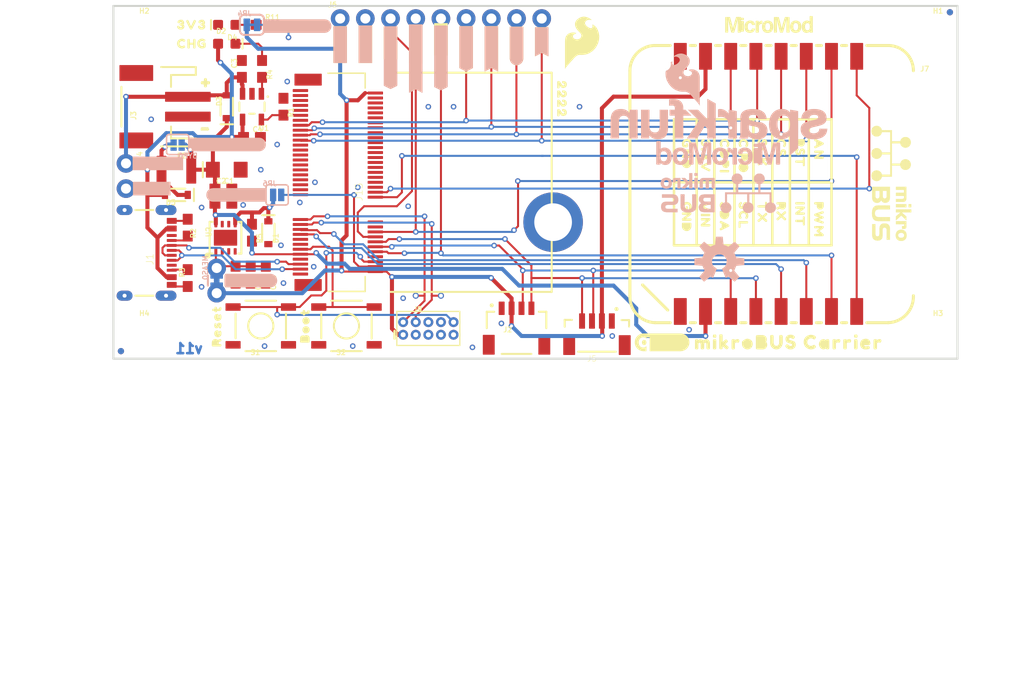
<source format=kicad_pcb>
(kicad_pcb (version 20211014) (generator pcbnew)
  (layers (0 "F.Cu" signal) (31 "B.Cu" signal) (34 "B.Paste" user) (35 "F.Paste" user) (36 "B.SilkS" user "B.Silkscreen") (37 "F.SilkS" user "F.Silkscreen") (38 "B.Mask" user) (39 "F.Mask" user) (44 "Edge.Cuts" user))
  (net 0 "")
  (net 1 "GND")
  (net 2 "3.3V")
  (net 3 "USB_D-")
  (net 4 "USB_D+")
  (net 5 "N$10")
  (net 6 "N$11")
  (net 7 "V_USB")
  (net 8 "~{RESET}")
  (net 9 "~{BOOT}")
  (net 10 "N$4")
  (net 11 "N$6")
  (net 12 "VIN")
  (net 13 "N$1")
  (net 14 "3.3V_EN")
  (net 15 "VREG_EN")
  (net 16 "N$2")
  (net 17 "V_BATT")
  (net 18 "SDA")
  (net 19 "SCL")
  (net 20 "N$3")
  (net 21 "N$8")
  (net 22 "I2C_~{INT}")
  (net 23 "SPI_SCK")
  (net 24 "SPI_~{CS}")
  (net 25 "SPI_COPI")
  (net 26 "SPI_CIPO")
  (net 27 "V_USB_2")
  (net 28 "MIK_RST")
  (net 29 "AN")
  (net 30 "PWM")
  (net 31 "MIK_INT")
  (net 32 "RX")
  (net 33 "TX")
  (net 34 "SWDIO")
  (net 35 "SWDCK")
  (footprint "boardEagle:0603" (layer "F.Cu") (at 121.1961 89.1286)
    (fp_text reference "R11")
    (fp_text value "1k")
  )
  (footprint "boardEagle:EIA3216" (layer "F.Cu") (at 117.3861 103.7336 180)
    (fp_text reference "C2")
    (fp_text value "10uF")
  )
  (footprint "boardEagle:STAND-OFF" (layer "F.Cu") (at 188.5061 89.7636)
    (fp_text reference "H1")
    (fp_text value "STAND-OFF")
  )
  (footprint "boardEagle:INT0" (layer "F.Cu") (at 175.1711 106.2736 -90)
    (fp_text reference "U$50" hide)
    (fp_text value "" hide)
  )
  (footprint "boardEagle:0603" (layer "F.Cu") (at 113.4491 114.6556 90)
    (fp_text reference "R3")
    (fp_text value "5.1k")
  )
  (footprint "boardEagle:RST0" (layer "F.Cu") (at 175.1711 99.9236 -90)
    (fp_text reference "U$40" hide)
    (fp_text value "" hide)
  )
  (footprint "boardEagle:USB-C-16P-2LAYER-PADS" (layer "F.Cu") (at 112.1791 112.1156 -90)
    (fp_text reference "J1")
    (fp_text value "" hide)
  )
  (footprint "boardEagle:MICROMOD_LOGO_.35" (layer "F.Cu") (at 171.9961 89.1286)
    (fp_text reference "U$2" hide)
    (fp_text value "" hide)
  )
  (footprint "boardEagle:#GND#0" (layer "F.Cu") (at 131.3561 93.3196 90)
    (fp_text reference "U$8" hide)
    (fp_text value "" hide)
  )
  (footprint "boardEagle:STAND-OFF" (layer "F.Cu") (at 188.5061 120.2436)
    (fp_text reference "H3")
    (fp_text value "STAND-OFF")
  )
  (footprint "boardEagle:RESET0" (layer "F.Cu") (at 116.3701 122.2756 90)
    (fp_text reference "U$30" hide)
    (fp_text value "" hide)
  )
  (footprint "boardEagle:JST04_1MM_VERT" (layer "F.Cu") (at 154.7241 118.2116 180)
    (fp_text reference "J5")
    (fp_text value "Vertical Qwiic Connector")
  )
  (footprint "boardEagle:M.2-CONNECTOR-E" (layer "F.Cu") (at 130.0861 105.0036 -90)
    (fp_text reference "J15")
    (fp_text value "MICROMOD-2222-C")
  )
  (footprint "boardEagle:COPI0" (layer "F.Cu") (at 167.5511 99.9236 -90)
    (fp_text reference "U$45" hide)
    (fp_text value "" hide)
  )
  (footprint "boardEagle:STAND-OFF" (layer "F.Cu") (at 108.4961 89.7636)
    (fp_text reference "H2")
    (fp_text value "STAND-OFF")
  )
  (footprint "boardEagle:##INT##0" (layer "F.Cu") (at 133.8961 92.9386 90)
    (fp_text reference "U$15" hide)
    (fp_text value "" hide)
  )
  (footprint "boardEagle:SCK0" (layer "F.Cu") (at 171.3611 99.9236 -90)
    (fp_text reference "U$42" hide)
    (fp_text value "" hide)
  )
  (footprint "boardEagle:#RST#0" (layer "F.Cu") (at 136.4361 93.0656 90)
    (fp_text reference "U$17" hide)
    (fp_text value "" hide)
  )
  (footprint "boardEagle:0603" (layer "F.Cu") (at 117.0441 105.6386)
    (fp_text reference "C1")
    (fp_text value "0.1uF")
  )
  (footprint "boardEagle:0603" (layer "F.Cu") (at 119.9261 100.4316)
    (fp_text reference "C4")
    (fp_text value "4.7uF")
  )
  (footprint "boardEagle:0603" (layer "F.Cu") (at 123.1011 97.3836 -90)
    (fp_text reference "R1")
    (fp_text value "2.2k")
  )
  (footprint "boardEagle:0603" (layer "F.Cu") (at 117.0441 107.1626)
    (fp_text reference "C13")
    (fp_text value "0.22uF")
  )
  (footprint "boardEagle:1X02_NO_SILK" (layer "F.Cu") (at 107.2261 103.0986 -90)
    (fp_text reference "J4")
    (fp_text value "")
  )
  (footprint "boardEagle:LED-0603" (layer "F.Cu") (at 117.3861 89.1286 180)
    (fp_text reference "D2")
    (fp_text value "RED")
  )
  (footprint "boardEagle:SFE_LOGO_FLAME_.2" (layer "F.Cu") (at 153.2001 90.9066)
    (fp_text reference "U$44" hide)
    (fp_text value "" hide)
  )
  (footprint "boardEagle:SOT23-5" (layer "F.Cu") (at 119.9261 97.3836 180)
    (fp_text reference "U1")
    (fp_text value "MCP73831")
  )
  (footprint "boardEagle:0603" (layer "F.Cu") (at 113.4491 109.5756 -90)
    (fp_text reference "R2")
    (fp_text value "5.1k")
  )
  (footprint "boardEagle:SDA0" (layer "F.Cu") (at 167.5511 106.2736 -90)
    (fp_text reference "U$54" hide)
    (fp_text value "" hide)
  )
  (footprint "boardEagle:RX0" (layer "F.Cu") (at 173.2661 106.2736 -90)
    (fp_text reference "U$51" hide)
    (fp_text value "" hide)
  )
  (footprint "boardEagle:SCL0" (layer "F.Cu") (at 169.4561 106.2736 -90)
    (fp_text reference "U$53" hide)
    (fp_text value "" hide)
  )
  (footprint "boardEagle:#0" (layer "F.Cu") (at 113.3221 99.2886)
    (fp_text reference "U$37" hide)
    (fp_text value "" hide)
  )
  (footprint "boardEagle:#3V3#0" (layer "F.Cu") (at 128.8161 93.3196 90)
    (fp_text reference "U$10" hide)
    (fp_text value "" hide)
  )
  (footprint "boardEagle:SOD-323" (layer "F.Cu") (at 121.5771 110.0836 -90)
    (fp_text reference "D1")
    (fp_text value "3.3V")
  )
  (footprint "boardEagle:AN0" (layer "F.Cu") (at 177.0761 99.9236 -90)
    (fp_text reference "U$35" hide)
    (fp_text value "" hide)
  )
  (footprint "boardEagle:GND0" (layer "F.Cu") (at 163.7411 99.9236 -90)
    (fp_text reference "U$47" hide)
    (fp_text value "" hide)
  )
  (footprint "boardEagle:0603" (layer "F.Cu") (at 118.2751 114.3136 -90)
    (fp_text reference "C9")
    (fp_text value "10uF")
  )
  (footprint "boardEagle:UDFN-8" (layer "F.Cu") (at 117.2591 110.5916)
    (fp_text reference "U2")
    (fp_text value "AP7361C-33FGEUDFN-8")
  )
  (footprint "boardEagle:#CIPO#0" (layer "F.Cu") (at 141.5161 93.8276 90)
    (fp_text reference "U$22" hide)
    (fp_text value "" hide)
  )
  (footprint "boardEagle:1X09_NO_SILK" (layer "F.Cu") (at 128.8161 88.4936)
    (fp_text reference "J6")
    (fp_text value "")
  )
  (footprint "boardEagle:MIKROBUS_CARRIER0" (layer "F.Cu") (at 163.4871 121.1326)
    (fp_text reference "U$5" hide)
    (fp_text value "" hide)
  )
  (footprint "boardEagle:TP_15TH" (layer "F.Cu") (at 136.4361 116.4336)
    (fp_text reference "SWDIO0" hide)
    (fp_text value "TEST-POINTTP_15TH_THRU" hide)
  )
  (footprint "boardEagle:TX0" (layer "F.Cu") (at 171.3611 106.2736 -90)
    (fp_text reference "U$52" hide)
    (fp_text value "" hide)
  )
  (footprint "boardEagle:2X5-PTH-1.27MM" (layer "F.Cu") (at 137.7061 119.7356)
    (fp_text reference "J9")
    (fp_text value "CORTEX_JTAG_DEBUG_MINIMUM_PTH")
  )
  (footprint "boardEagle:GND0" (layer "F.Cu") (at 163.7411 106.2736 -90)
    (fp_text reference "U$48" hide)
    (fp_text value "" hide)
  )
  (footprint "boardEagle:0603" (layer "F.Cu") (at 118.9101 93.5736 90)
    (fp_text reference "C3")
    (fp_text value "4.7uF")
  )
  (footprint "boardEagle:0603" (layer "F.Cu") (at 119.7991 114.3136 -90)
    (fp_text reference "C10")
    (fp_text value "1.0uF")
  )
  (footprint "boardEagle:0603" (layer "F.Cu") (at 121.3231 114.3136 -90)
    (fp_text reference "C11")
    (fp_text value "0.22uF")
  )
  (footprint "boardEagle:22220" (layer "F.Cu") (at 151.1681 94.0816 -90)
    (fp_text reference "U$34" hide)
    (fp_text value "" hide)
  )
  (footprint "boardEagle:VIN0" (layer "F.Cu") (at 165.6461 106.2736 -90)
    (fp_text reference "U$55" hide)
    (fp_text value "" hide)
  )
  (footprint "boardEagle:1210" (layer "F.Cu") (at 112.3061 103.7336)
    (fp_text reference "F2")
    (fp_text value "6V/2A")
  )
  (footprint "boardEagle:##CS##0" (layer "F.Cu") (at 149.1361 92.3036 90)
    (fp_text reference "U$28" hide)
    (fp_text value "" hide)
  )
  (footprint "boardEagle:3V30" (layer "F.Cu") (at 111.6711 89.1286)
    (fp_text reference "U$3" hide)
    (fp_text value "" hide)
  )
  (footprint "boardEagle:JST04_1MM_RA" (layer "F.Cu") (at 146.5961 117.7036)
    (fp_text reference "J2")
    (fp_text value "QWIIC_RIGHT_ANGLE")
  )
  (footprint "boardEagle:BOOT0" (layer "F.Cu") (at 125.2601 121.8946 90)
    (fp_text reference "U$31" hide)
    (fp_text value "" hide)
  )
  (footprint "boardEagle:#COPI#0" (layer "F.Cu") (at 144.0561 93.8276 90)
    (fp_text reference "U$24" hide)
    (fp_text value "" hide)
  )
  (footprint "boardEagle:#SCK#0" (layer "F.Cu") (at 146.5961 93.1926 90)
    (fp_text reference "U$26" hide)
    (fp_text value "" hide)
  )
  (footprint "boardEagle:CHG0" (layer "F.Cu") (at 111.6711 91.0336)
    (fp_text reference "U$4" hide)
    (fp_text value "" hide)
  )
  (footprint "boardEagle:TACTILE_SWITCH_SMD_5.2MM" (layer "F.Cu") (at 129.4511 119.4816 180)
    (fp_text reference "S2")
    (fp_text value "BOOT")
  )
  (footprint "boardEagle:#INT#0" (layer "F.Cu") (at 138.9761 92.5576 90)
    (fp_text reference "U$6" hide)
    (fp_text value "" hide)
  )
  (footprint "boardEagle:0603" (layer "F.Cu") (at 120.9421 93.5736 -90)
    (fp_text reference "R4")
    (fp_text value "1k")
  )
  (footprint "boardEagle:STAND-OFF" (layer "F.Cu") (at 108.4961 120.2436)
    (fp_text reference "H4")
    (fp_text value "STAND-OFF")
  )
  (footprint "boardEagle:SOD-323" (layer "F.Cu") (at 117.3861 97.3836 90)
    (fp_text reference "D3")
    (fp_text value "3A/10V/280mV")
  )
  (footprint "boardEagle:PWM0" (layer "F.Cu") (at 177.0761 106.2736 -90)
    (fp_text reference "U$49" hide)
    (fp_text value "" hide)
  )
  (footprint "boardEagle:TACTILE_SWITCH_SMD_5.2MM" (layer "F.Cu") (at 120.8151 119.4816 180)
    (fp_text reference "S1")
    (fp_text value "Reset")
  )
  (footprint "boardEagle:LED-0603" (layer "F.Cu") (at 117.3861 91.0336)
    (fp_text reference "D4")
    (fp_text value "Yellow")
  )
  (footprint "boardEagle:#0" (layer "F.Cu") (at 113.7031 94.9706)
    (fp_text reference "U$32" hide)
    (fp_text value "" hide)
  )
  (footprint "boardEagle:FIDUCIAL-MICRO" (layer "F.Cu") (at 106.7181 122.0216)
    (fp_text reference "FD1" hide)
    (fp_text value "FIDUCIALUFIDUCIAL" hide)
  )
  (footprint "boardEagle:CREATIVE_COMMONS" (layer "F.Cu") (at 114.8461 155.8036)
    (fp_text reference "FRAME1" hide)
    (fp_text value "FRAME-LEDGER" hide)
  )
  (footprint "boardEagle:3#3V0" (layer "F.Cu") (at 165.6461 99.9236 -90)
    (fp_text reference "U$46" hide)
    (fp_text value "" hide)
  )
  (footprint "boardEagle:STAND-OFF-REFLOW-M2.5" (layer "F.Cu") (at 150.2831 109.0236)
    (fp_text reference "H5" hide)
    (fp_text value "STAND-OFF-REFLOW-M2.5_2.5MM_TALL" hide)
  )
  (footprint "boardEagle:QWIIC_5.5MM" (layer "F.Cu") (at 161.2646 121.1326)
    (fp_text reference "LOGO2" hide)
    (fp_text value "QWIIC_LOGO_CONNECTOR" hide)
  )
  (footprint "boardEagle:SOD-323" (layer "F.Cu") (at 112.3061 106.2736 180)
    (fp_text reference "D5")
    (fp_text value "3A/10V/280mV")
  )
  (footprint "boardEagle:#0" (layer "F.Cu") (at 107.4801 103.0986)
    (fp_text reference "U$11" hide)
    (fp_text value "" hide)
  )
  (footprint "boardEagle:JST-2-SMD" (layer "F.Cu") (at 109.7661 97.3836 90)
    (fp_text reference "J3")
    (fp_text value "")
  )
  (footprint "boardEagle:FIDUCIAL-MICRO" (layer "F.Cu") (at 190.2841 87.8586)
    (fp_text reference "FD2" hide)
    (fp_text value "FIDUCIALUFIDUCIAL" hide)
  )
  (footprint "boardEagle:CIPO0" (layer "F.Cu") (at 169.4561 99.9236 -90)
    (fp_text reference "U$43" hide)
    (fp_text value "" hide)
  )
  (footprint "boardEagle:CS0" (layer "F.Cu") (at 173.2661 99.9236 -90)
    (fp_text reference "U$41" hide)
    (fp_text value "" hide)
  )
  (footprint "boardEagle:#0" (layer "F.Cu") (at 107.0991 105.3846)
    (fp_text reference "U$36" hide)
    (fp_text value "" hide)
  )
  (footprint "boardEagle:TP_15TH" (layer "F.Cu") (at 138.9761 116.4336)
    (fp_text reference "SWDCK0" hide)
    (fp_text value "TEST-POINTTP_15TH_THRU" hide)
  )
  (footprint "boardEagle:MIKROBUS_SMD_BLACK" (layer "F.Cu") (at 171.9961 105.0036 -90)
    (fp_text reference "J7")
    (fp_text value "MIKROBUS_SMD_BLACK1")
  )
  (footprint "boardEagle:0603" (layer "F.Cu") (at 119.9261 110.0836 -90)
    (fp_text reference "R5")
    (fp_text value "100k")
  )
  (footprint "boardEagle:#FUSEBYP#0" (layer "B.Cu") (at 121.3231 101.1936 180)
    (fp_text reference "U$38" hide)
    (fp_text value "" hide)
  )
  (footprint "boardEagle:#GND#0" (layer "B.Cu") (at 112.0521 105.6386 180)
    (fp_text reference "U$33" hide)
    (fp_text value "" hide)
  )
  (footprint "boardEagle:#3V3EN#0" (layer "B.Cu") (at 121.7041 106.2736 180)
    (fp_text reference "U$39" hide)
    (fp_text value "" hide)
  )
  (footprint "boardEagle:#SCK#0" (layer "B.Cu") (at 146.5961 93.1926 90)
    (fp_text reference "U$27" hide)
    (fp_text value "" hide)
  )
  (footprint "boardEagle:#3V3#0" (layer "B.Cu") (at 128.8161 93.3196 90)
    (fp_text reference "U$13" hide)
    (fp_text value "" hide)
  )
  (footprint "boardEagle:#MEAS#0" (layer "B.Cu") (at 122.4661 114.9096 180)
    (fp_text reference "U$9" hide)
    (fp_text value "" hide)
  )
  (footprint "boardEagle:#MIK_INT#0" (layer "B.Cu") (at 138.9761 95.7326 90)
    (fp_text reference "U$16" hide)
    (fp_text value "" hide)
  )
  (footprint "boardEagle:#COPI#0" (layer "B.Cu") (at 144.0561 93.8276 90)
    (fp_text reference "U$25" hide)
    (fp_text value "" hide)
  )
  (footprint "boardEagle:##CS##0" (layer "B.Cu") (at 149.1361 92.3036 90)
    (fp_text reference "U$29" hide)
    (fp_text value "" hide)
  )
  (footprint "boardEagle:#I2C_#INT##0" (layer "B.Cu") (at 133.8961 95.6056 90)
    (fp_text reference "U$20" hide)
    (fp_text value "" hide)
  )
  (footprint "boardEagle:#3V3LED#0" (layer "B.Cu") (at 127.9271 89.2556 180)
    (fp_text reference "U$1" hide)
    (fp_text value "" hide)
  )
  (footprint "boardEagle:#VBAT#0" (layer "B.Cu") (at 113.3221 103.0986 180)
    (fp_text reference "U$12" hide)
    (fp_text value "" hide)
  )
  (footprint "boardEagle:SMT-JUMPER_2_NC_TRACE_SILK" (layer "B.Cu") (at 119.9261 89.1286 180)
    (fp_text reference "JP4")
    (fp_text value "3V3 LED")
  )
  (footprint "boardEagle:SFE_LOGO_NAME_FLAME_.2" (layer "B.Cu") (at 166.9161 99.4156 180)
    (fp_text reference "LOGO1" hide)
    (fp_text value "SFE_LOGO_NAME_FLAME.2_INCH" hide)
  )
  (footprint "boardEagle:OSHW-LOGO-M" (layer "B.Cu") (at 167.0431 113.0046 180)
    (fp_text reference "LOGO3" hide)
    (fp_text value "OSHW-LOGOM" hide)
  )
  (footprint "boardEagle:SMT-JUMPER_2_NO_SILK" (layer "B.Cu") (at 112.4331 101.1936)
    (fp_text reference "BYP0")
    (fp_text value "JUMPER-SMT_2_NO_SILK")
  )
  (footprint "boardEagle:MICROMOD_LOGO_.5" (layer "B.Cu") (at 166.9161 102.0826 180)
    (fp_text reference "U$68" hide)
    (fp_text value "" hide)
  )
  (footprint "boardEagle:#MIK_RST#0" (layer "B.Cu") (at 136.4361 95.9866 90)
    (fp_text reference "U$19" hide)
    (fp_text value "" hide)
  )
  (footprint "boardEagle:#CIPO#0" (layer "B.Cu") (at 141.5161 93.8276 90)
    (fp_text reference "U$23" hide)
    (fp_text value "" hide)
  )
  (footprint "boardEagle:SMT-JUMPER_2_NO_SILK" (layer "B.Cu") (at 122.4661 106.2736 180)
    (fp_text reference "JP6")
    (fp_text value "VE")
  )
  (footprint "boardEagle:#GND#0" (layer "B.Cu") (at 131.3561 93.3196 90)
    (fp_text reference "U$14" hide)
    (fp_text value "" hide)
  )
  (footprint "boardEagle:FIDUCIAL-MICRO" (layer "B.Cu") (at 190.2841 87.8586 180)
    (fp_text reference "FD4" hide)
    (fp_text value "FIDUCIALUFIDUCIAL" hide)
  )
  (footprint "boardEagle:COMBO-JUMPER_2_NC_TRACE" (layer "B.Cu") (at 116.3701 114.9096 -90)
    (fp_text reference "MEAS0")
    (fp_text value "JUMPER-COMBO_2_NC_TRACE")
  )
  (footprint "boardEagle:MIKROBUS_LOGO" (layer "B.Cu") (at 167.0431 105.7656 180)
    (fp_text reference "U$7" hide)
    (fp_text value "MIKROBUS_LOGO" hide)
  )
  (footprint "boardEagle:FIDUCIAL-MICRO" (layer "B.Cu") (at 106.7181 122.0216 180)
    (fp_text reference "FD3" hide)
    (fp_text value "FIDUCIALUFIDUCIAL" hide)
  )
  (gr_line (start 170.4721 111.3536) (end 170.4721 98.6536) (layer "F.SilkS") (width 0.254))
  (gr_line (start 162.4711 105.0036) (end 162.4711 98.6536) (layer "F.SilkS") (width 0.254))
  (gr_line (start 172.3771 98.6536) (end 172.3771 111.3536) (layer "F.SilkS") (width 0.254))
  (gr_line (start 170.4721 111.3536) (end 168.5671 111.3536) (layer "F.SilkS") (width 0.254))
  (gr_line (start 162.4711 98.6536) (end 164.7571 98.6536) (layer "F.SilkS") (width 0.254))
  (gr_line (start 174.1551 98.7806) (end 174.1551 111.3536) (layer "F.SilkS") (width 0.254))
  (gr_line (start 170.4721 98.6536) (end 172.3771 98.6536) (layer "F.SilkS") (width 0.254))
  (gr_line (start 164.7571 98.6536) (end 168.5671 98.6536) (layer "F.SilkS") (width 0.254))
  (gr_line (start 168.5671 111.3536) (end 166.5351 111.3536) (layer "F.SilkS") (width 0.254))
  (gr_line (start 178.3461 98.6536) (end 178.3461 105.0036) (layer "F.SilkS") (width 0.254))
  (gr_line (start 176.0601 111.3536) (end 174.1551 111.3536) (layer "F.SilkS") (width 0.254))
  (gr_line (start 166.5351 111.3536) (end 164.7571 111.3536) (layer "F.SilkS") (width 0.254))
  (gr_line (start 178.3461 105.0036) (end 178.3461 111.3536) (layer "F.SilkS") (width 0.254))
  (gr_line (start 166.5351 111.3536) (end 166.5351 98.7806) (layer "F.SilkS") (width 0.254))
  (gr_line (start 168.5671 98.6536) (end 170.4721 98.6536) (layer "F.SilkS") (width 0.254))
  (gr_line (start 176.0601 98.6536) (end 176.0601 111.3536) (layer "F.SilkS") (width 0.254))
  (gr_line (start 133.8961 93.9546) (end 150.1411 93.9546) (layer "F.SilkS") (width 0.2032))
  (gr_line (start 162.4711 111.3536) (end 162.4711 105.0036) (layer "F.SilkS") (width 0.254))
  (gr_line (start 164.7571 111.3536) (end 162.4711 111.3536) (layer "F.SilkS") (width 0.254))
  (gr_line (start 172.3771 98.6536) (end 176.0601 98.6536) (layer "F.SilkS") (width 0.254))
  (gr_line (start 150.1411 116.0526) (end 133.8961 116.0526) (layer "F.SilkS") (width 0.2032))
  (gr_line (start 178.3461 111.3536) (end 176.0601 111.3536) (layer "F.SilkS") (width 0.254))
  (gr_line (start 150.1411 93.9546) (end 150.1411 116.0526) (layer "F.SilkS") (width 0.2032))
  (gr_line (start 162.4711 105.0036) (end 178.3461 105.0036) (layer "F.SilkS") (width 0.254))
  (gr_line (start 176.0601 98.6536) (end 178.3461 98.6536) (layer "F.SilkS") (width 0.254))
  (gr_line (start 172.3771 111.3536) (end 170.4721 111.3536) (layer "F.SilkS") (width 0.254))
  (gr_line (start 174.1551 111.3536) (end 172.3771 111.3536) (layer "F.SilkS") (width 0.254))
  (gr_line (start 168.5671 98.6536) (end 168.5671 111.3536) (layer "F.SilkS") (width 0.254))
  (gr_line (start 164.7571 98.6536) (end 164.7571 111.3536) (layer "F.SilkS") (width 0.254))
  (gr_line (start 191.0461 87.2236) (end 191.0461 122.7836) (layer "Edge.Cuts") (width 0.2032))
  (gr_line (start 105.9561 87.2236) (end 191.0461 87.2236) (layer "Edge.Cuts") (width 0.2032))
  (gr_line (start 191.0461 122.7836) (end 105.9561 122.7836) (layer "Edge.Cuts") (width 0.2032))
  (gr_line (start 105.9561 122.7836) (end 105.9561 87.2236) (layer "Edge.Cuts") (width 0.2032))
  (gr_text "v11" (at 113.5761 121.7676) (layer "B.Cu") (effects (font (size 1.016 1.016) (thickness 0.254)) (justify mirror)))
  (segment (start 119.7991 115.1636) (end 118.2751 115.1636) (width 0.2032) (layer "F.Cu") (net 1))
  (segment (start 113.2841 108.8906) (end 113.4491 108.7256) (width 0.2032) (layer "F.Cu") (net 1))
  (segment (start 111.8391 108.8906) (end 113.2841 108.8906) (width 0.2032) (layer "F.Cu") (net 1))
  (segment (start 121.3231 115.1636) (end 119.7991 115.1636) (width 0.2032) (layer "F.Cu") (net 1))
  (segment (start 112.0041 115.5056) (end 113.4491 115.5056) (width 0.2032) (layer "F.Cu") (net 1))
  (segment (start 111.8391 115.3406) (end 112.0041 115.5056) (width 0.2032) (layer "F.Cu") (net 1))
  (via (at 130.5941 105.5116) (size 0.5588) (drill 0.3048) (layers "F.Cu" "B.Cu") (net 1))
  (via (at 120.8151 103.7336) (size 0.5588) (drill 0.3048) (layers "F.Cu" "B.Cu") (net 1))
  (via (at 114.8461 107.5436) (size 0.5588) (drill 0.3048) (layers "F.Cu" "B.Cu") (net 1))
  (via (at 119.0371 107.2896) (size 0.5588) (drill 0.3048) (layers "F.Cu" "B.Cu") (net 1))
  (via (at 140.2461 97.3836) (size 0.5588) (drill 0.3048) (layers "F.Cu" "B.Cu") (net 1))
  (via (at 145.0721 119.2276) (size 0.5588) (drill 0.3048) (layers "F.Cu" "B.Cu") (net 1))
  (via (at 124.7521 107.0356) (size 0.5588) (drill 0.3048) (layers "F.Cu" "B.Cu") (net 1))
  (via (at 130.0861 121.5136) (size 0.5588) (drill 0.3048) (layers "F.Cu" "B.Cu") (net 1))
  (via (at 126.1491 113.5126) (size 0.5588) (drill 0.3048) (layers "F.Cu" "B.Cu") (net 1))
  (via (at 135.6741 107.4166) (size 0.5588) (drill 0.3048) (layers "F.Cu" "B.Cu") (net 1))
  (via (at 122.4661 101.1936) (size 0.5588) (drill 0.3048) (layers "F.Cu" "B.Cu") (net 1))
  (via (at 152.9461 97.3836) (size 0.5588) (drill 0.3048) (layers "F.Cu" "B.Cu") (net 1))
  (via (at 123.1011 115.1636) (size 0.5588) (drill 0.3048) (layers "F.Cu" "B.Cu") (net 1))
  (via (at 121.1961 121.5136) (size 0.5588) (drill 0.3048) (layers "F.Cu" "B.Cu") (net 1))
  (via (at 163.9951 119.8626) (size 0.5588) (drill 0.3048) (layers "F.Cu" "B.Cu") (net 1))
  (via (at 122.8471 111.3536) (size 0.5588) (drill 0.3048) (layers "F.Cu" "B.Cu") (net 1))
  (via (at 163.1061 94.4626) (size 0.5588) (drill 0.3048) (layers "F.Cu" "B.Cu") (net 1))
  (via (at 114.8461 115.5446) (size 0.5588) (drill 0.3048) (layers "F.Cu" "B.Cu") (net 1))
  (via (at 126.2761 105.0036) (size 0.5588) (drill 0.3048) (layers "F.Cu" "B.Cu") (net 1))
  (via (at 135.1661 116.6876) (size 0.5588) (drill 0.3048) (layers "F.Cu" "B.Cu") (net 1))
  (via (at 123.4821 94.8436) (size 0.5588) (drill 0.3048) (layers "F.Cu" "B.Cu") (net 1))
  (via (at 109.7661 98.6536) (size 0.5588) (drill 0.3048) (layers "F.Cu" "B.Cu") (net 1))
  (via (at 137.7061 97.3836) (size 0.5588) (drill 0.3048) (layers "F.Cu" "B.Cu") (net 1))
  (via (at 156.2481 120.4976) (size 0.5588) (drill 0.3048) (layers "F.Cu" "B.Cu") (net 1))
  (via (at 142.1511 121.6406) (size 0.5588) (drill 0.3048) (layers "F.Cu" "B.Cu") (net 1))
  (segment (start 129.0531 114.0036) (end 128.956593 113.907094) (width 0.2032) (layer "F.Cu") (net 2))
  (segment (start 146.0961 119.4736) (end 146.0881 119.4816) (width 0.4064) (layer "F.Cu") (net 2))
  (segment (start 155.2321 119.0166) (end 155.2321 120.4976) (width 0.4064) (layer "F.Cu") (net 2))
  (segment (start 155.2021 97.5406) (end 156.3751 96.3676) (width 0.4064) (layer "F.Cu") (net 2))
  (segment (start 156.3751 96.3676) (end 164.8841 96.3676) (width 0.4064) (layer "F.Cu") (net 2))
  (segment (start 134.6581 120.3706) (end 135.1661 120.3706) (width 0.4064) (layer "F.Cu") (net 2))
  (segment (start 132.3611 96.0036) (end 131.3391 96.0036) (width 0.2032) (layer "F.Cu") (net 2))
  (segment (start 132.3611 114.0036) (end 129.0531 114.0036) (width 0.2032) (layer "F.Cu") (net 2))
  (segment (start 133.4981 114.0036) (end 132.3611 114.0036) (width 0.2032) (layer "F.Cu") (net 2))
  (segment (start 165.6461 95.6056) (end 165.6461 92.3036) (width 0.4064) (layer "F.Cu") (net 2))
  (segment (start 146.0961 117.7036) (end 146.0961 116.6956) (width 0.4064) (layer "F.Cu") (net 2))
  (segment (start 129.4638 96.7359) (end 129.4638 110.351888) (width 0.4064) (layer "F.Cu") (net 2))
  (segment (start 130.6068 96.7359) (end 129.4638 96.7359) (width 0.4064) (layer "F.Cu") (net 2))
  (segment (start 134.6581 120.3706) (end 134.03625 119.74875) (width 0.4064) (layer "F.Cu") (net 2))
  (segment (start 131.3391 96.0036) (end 130.6068 96.7359) (width 0.4064) (layer "F.Cu") (net 2))
  (segment (start 134.03625 114.54175) (end 133.4981 114.0036) (width 0.2032) (layer "F.Cu") (net 2))
  (segment (start 129.4638 110.351888) (end 128.956593 110.859094) (width 0.4064) (layer "F.Cu") (net 2))
  (segment (start 155.2021 118.9866) (end 155.2321 119.0166) (width 0.4064) (layer "F.Cu") (net 2))
  (segment (start 164.8841 96.3676) (end 165.6461 95.6056) (width 0.4064) (layer "F.Cu") (net 2))
  (segment (start 134.03625 114.54175) (end 134.03625 119.74875) (width 0.4064) (layer "F.Cu") (net 2))
  (segment (start 155.2021 118.9866) (end 155.2021 97.5406) (width 0.4064) (layer "F.Cu") (net 2))
  (segment (start 146.0961 116.6956) (end 144.0391 114.6386) (width 0.4064) (layer "F.Cu") (net 2))
  (segment (start 128.956593 113.907094) (end 128.956593 110.859094) (width 0.4064) (layer "F.Cu") (net 2))
  (segment (start 146.0961 117.7036) (end 146.0961 119.4736) (width 0.4064) (layer "F.Cu") (net 2))
  (via (at 146.0881 119.4816) (size 0.5588) (drill 0.3048) (layers "F.Cu" "B.Cu") (net 2))
  (via (at 155.2321 120.4976) (size 0.5588) (drill 0.3048) (layers "F.Cu" "B.Cu") (net 2))
  (via (at 134.03625 114.54175) (size 0.5588) (drill 0.3048) (layers "F.Cu" "B.Cu") (net 2))
  (via (at 128.956593 113.907094) (size 0.5588) (drill 0.3048) (layers "F.Cu" "B.Cu") (net 2))
  (via (at 129.4638 96.7359) (size 0.5588) (drill 0.3048) (layers "F.Cu" "B.Cu") (net 2))
  (via (at 144.0391 114.6386) (size 0.5588) (drill 0.3048) (layers "F.Cu" "B.Cu") (net 2))
  (segment (start 143.94225 114.54175) (end 134.03625 114.54175) (width 0.4064) (layer "B.Cu") (net 2))
  (segment (start 120.5611 91.5416) (end 128.8161 91.5416) (width 0.4064) (layer "B.Cu") (net 2))
  (segment (start 144.0391 114.6386) (end 143.94225 114.54175) (width 0.4064) (layer "B.Cu") (net 2))
  (segment (start 116.3701 115.4176) (end 116.3701 116.1796) (width 0.2032) (layer "B.Cu") (net 2))
  (segment (start 127.2921 113.8936) (end 125.0061 116.1796) (width 0.4064) (layer "B.Cu") (net 2))
  (segment (start 128.956593 113.907094) (end 128.9431 113.8936) (width 0.2032) (layer "B.Cu") (net 2))
  (segment (start 128.9431 113.8936) (end 127.2921 113.8936) (width 0.4064) (layer "B.Cu") (net 2))
  (segment (start 147.1041 120.4976) (end 155.2321 120.4976) (width 0.4064) (layer "B.Cu") (net 2))
  (segment (start 146.0881 119.4816) (end 147.1041 120.4976) (width 0.4064) (layer "B.Cu") (net 2))
  (segment (start 128.8161 91.5416) (end 128.8161 96.0882) (width 0.4064) (layer "B.Cu") (net 2))
  (segment (start 128.8161 96.0882) (end 129.4638 96.7359) (width 0.4064) (layer "B.Cu") (net 2))
  (segment (start 128.8161 88.4936) (end 128.8161 91.5416) (width 0.4064) (layer "B.Cu") (net 2))
  (segment (start 120.5611 91.5416) (end 119.4054 90.3859) (width 0.4064) (layer "B.Cu") (net 2))
  (segment (start 116.3701 116.1796) (end 125.0061 116.1796) (width 0.4064) (layer "B.Cu") (net 2))
  (segment (start 119.4054 89.1286) (end 119.4054 90.3859) (width 0.4064) (layer "B.Cu") (net 2))
  (segment (start 111.1591 112.3656) (end 110.9091 112.1156) (width 0.2032) (layer "F.Cu") (net 3))
  (segment (start 111.8391 111.3656) (end 111.1511 111.3656) (width 0.2032) (layer "F.Cu") (net 3))
  (segment (start 113.3311 111.3656) (end 113.5761 111.6106) (width 0.2032) (layer "F.Cu") (net 3))
  (segment (start 111.1511 111.3656) (end 110.9091 111.6076) (width 0.2032) (layer "F.Cu") (net 3))
  (segment (start 110.9091 111.6076) (end 110.9091 112.1156) (width 0.2032) (layer "F.Cu") (net 3))
  (segment (start 111.8391 111.3656) (end 113.3311 111.3656) (width 0.2032) (layer "F.Cu") (net 3))
  (segment (start 123.3551 113.0046) (end 122.4661 113.0046) (width 0.2032) (layer "F.Cu") (net 3))
  (segment (start 124.8111 113.2536) (end 123.6041 113.2536) (width 0.2032) (layer "F.Cu") (net 3))
  (segment (start 111.8391 112.3656) (end 111.1591 112.3656) (width 0.2032) (layer "F.Cu") (net 3))
  (segment (start 123.6041 113.2536) (end 123.3551 113.0046) (width 0.2032) (layer "F.Cu") (net 3))
  (via (at 122.4661 113.0046) (size 0.5588) (drill 0.3048) (layers "F.Cu" "B.Cu") (net 3))
  (via (at 113.5761 111.6106) (size 0.5588) (drill 0.3048) (layers "F.Cu" "B.Cu") (net 3))
  (segment (start 113.5761 111.6106) (end 116.7511 111.6106) (width 0.2032) (layer "B.Cu") (net 3))
  (segment (start 118.1451 113.0046) (end 116.7511 111.6106) (width 0.2032) (layer "B.Cu") (net 3))
  (segment (start 122.4661 113.0046) (end 118.1451 113.0046) (width 0.2032) (layer "B.Cu") (net 3))
  (segment (start 112.8141 112.3366) (end 112.8141 112.1156) (width 0.2032) (layer "F.Cu") (net 4))
  (segment (start 112.8141 112.1156) (end 112.5641 111.8656) (width 0.2032) (layer "F.Cu") (net 4))
  (segment (start 111.8511 112.8776) (end 111.8391 112.8656) (width 0.2032) (layer "F.Cu") (net 4))
  (segment (start 112.4331 112.8776) (end 111.8511 112.8776) (width 0.2032) (layer "F.Cu") (net 4))
  (segment (start 124.8111 113.7536) (end 122.9871 113.7536) (width 0.2032) (layer "F.Cu") (net 4))
  (segment (start 122.9741 113.7666) (end 122.9871 113.7536) (width 0.2032) (layer "F.Cu") (net 4))
  (segment (start 112.8471 112.3696) (end 112.8141 112.3366) (width 0.2032) (layer "F.Cu") (net 4))
  (segment (start 112.8471 112.4636) (end 112.4331 112.8776) (width 0.2032) (layer "F.Cu") (net 4))
  (segment (start 112.5641 111.8656) (end 111.8391 111.8656) (width 0.2032) (layer "F.Cu") (net 4))
  (segment (start 112.8471 112.3696) (end 112.8471 112.4636) (width 0.2032) (layer "F.Cu") (net 4))
  (via (at 112.8471 112.3696) (size 0.5588) (drill 0.3048) (layers "F.Cu" "B.Cu") (net 4))
  (via (at 122.9741 113.7666) (size 0.5588) (drill 0.3048) (layers "F.Cu" "B.Cu") (net 4))
  (segment (start 116.8781 112.3696) (end 112.8471 112.3696) (width 0.2032) (layer "B.Cu") (net 4))
  (segment (start 122.9741 113.7666) (end 118.2751 113.7666) (width 0.2032) (layer "B.Cu") (net 4))
  (segment (start 118.2751 113.7666) (end 116.8781 112.3696) (width 0.2032) (layer "B.Cu") (net 4))
  (segment (start 111.8391 110.8656) (end 113.0091 110.8656) (width 0.2032) (layer "F.Cu") (net 5))
  (segment (start 113.0091 110.8656) (end 113.4491 110.4256) (width 0.2032) (layer "F.Cu") (net 5))
  (segment (start 111.8991 113.8056) (end 113.4491 113.8056) (width 0.2032) (layer "F.Cu") (net 6))
  (segment (start 111.8391 113.8656) (end 111.8991 113.8056) (width 0.2032) (layer "F.Cu") (net 6))
  (segment (start 111.1561 106.2736) (end 109.3851 106.2736) (width 0.4064) (layer "F.Cu") (net 7))
  (segment (start 116.5091 92.6966) (end 116.7511 92.9386) (width 0.4064) (layer "F.Cu") (net 7))
  (segment (start 110.4011 113.6396) (end 110.4011 110.5916) (width 0.4064) (layer "F.Cu") (net 7))
  (segment (start 109.3851 109.5756) (end 110.4011 110.5916) (width 0.4064) (layer "F.Cu") (net 7))
  (segment (start 111.3271 109.6656) (end 111.8391 109.6656) (width 0.4064) (layer "F.Cu") (net 7))
  (segment (start 111.3271 114.5656) (end 110.4011 113.6396) (width 0.4064) (layer "F.Cu") (net 7))
  (segment (start 109.3851 106.2736) (end 109.3851 109.5756) (width 0.4064) (layer "F.Cu") (net 7))
  (segment (start 110.4011 110.5916) (end 111.3271 109.6656) (width 0.4064) (layer "F.Cu") (net 7))
  (segment (start 111.8391 114.5656) (end 111.3271 114.5656) (width 0.4064) (layer "F.Cu") (net 7))
  (segment (start 116.5091 91.0336) (end 116.5091 92.6966) (width 0.4064) (layer "F.Cu") (net 7))
  (segment (start 118.9761 100.3316) (end 119.0761 100.4316) (width 0.4064) (layer "F.Cu") (net 7))
  (segment (start 117.8941 100.4316) (end 119.0761 100.4316) (width 0.4064) (layer "F.Cu") (net 7))
  (segment (start 109.3851 103.7336) (end 109.3851 106.2736) (width 0.4064) (layer "F.Cu") (net 7))
  (segment (start 118.9761 98.6837) (end 118.9761 100.3316) (width 0.4064) (layer "F.Cu") (net 7))
  (via (at 117.8941 100.4316) (size 0.5588) (drill 0.3048) (layers "F.Cu" "B.Cu") (net 7))
  (via (at 109.3851 103.7336) (size 0.5588) (drill 0.3048) (layers "F.Cu" "B.Cu") (net 7))
  (via (at 116.7511 92.9386) (size 0.5588) (drill 0.3048) (layers "F.Cu" "B.Cu") (net 7))
  (segment (start 109.3851 103.7336) (end 109.3851 101.9556) (width 0.4064) (layer "B.Cu") (net 7))
  (segment (start 116.7511 92.9386) (end 117.8941 94.0816) (width 0.4064) (layer "B.Cu") (net 7))
  (segment (start 114.3381 100.4316) (end 117.8941 100.4316) (width 0.4064) (layer "B.Cu") (net 7))
  (segment (start 109.3851 101.9556) (end 111.2901 100.0506) (width 0.4064) (layer "B.Cu") (net 7))
  (segment (start 117.8941 94.0816) (end 117.8941 100.4316) (width 0.4064) (layer "B.Cu") (net 7))
  (segment (start 114.3381 100.4316) (end 113.9571 100.0506) (width 0.4064) (layer "B.Cu") (net 7))
  (segment (start 113.9571 100.0506) (end 111.2901 100.0506) (width 0.4064) (layer "B.Cu") (net 7))
  (segment (start 132.3611 113.0036) (end 131.2181 113.0036) (width 0.2032) (layer "F.Cu") (net 8))
  (segment (start 124.737968 117.5766) (end 125.906368 116.4082) (width 0.2032) (layer "F.Cu") (net 8))
  (segment (start 122.4661 117.5766) (end 123.6091 117.5766) (width 0.2032) (layer "F.Cu") (net 8))
  (segment (start 126.9365 116.4082) (end 127.4191 115.9256) (width 0.2032) (layer "F.Cu") (net 8))
  (segment (start 127.4191 112.1156) (end 127.4191 115.9256) (width 0.2032) (layer "F.Cu") (net 8))
  (segment (start 125.906368 116.4082) (end 126.9365 116.4082) (width 0.2032) (layer "F.Cu") (net 8))
  (segment (start 131.2181 113.0036) (end 130.8481 112.6336) (width 0.2032) (layer "F.Cu") (net 8))
  (segment (start 130.8481 112.4966) (end 130.8481 112.6336) (width 0.2032) (layer "F.Cu") (net 8))
  (segment (start 118.0211 117.5766) (end 122.4661 117.5766) (width 0.2032) (layer "F.Cu") (net 8))
  (segment (start 122.4661 117.5766) (end 122.4661 118.3386) (width 0.2032) (layer "F.Cu") (net 8))
  (segment (start 123.6091 117.5766) (end 124.737968 117.5766) (width 0.2032) (layer "F.Cu") (net 8))
  (via (at 130.8481 112.4966) (size 0.5588) (drill 0.3048) (layers "F.Cu" "B.Cu") (net 8))
  (via (at 127.4191 112.1156) (size 0.5588) (drill 0.3048) (layers "F.Cu" "B.Cu") (net 8))
  (via (at 122.4661 118.3386) (size 0.5588) (drill 0.3048) (layers "F.Cu" "B.Cu") (net 8))
  (segment (start 130.4671 112.1156) (end 127.4191 112.1156) (width 0.2032) (layer "B.Cu") (net 8))
  (segment (start 139.5175 118.372) (end 140.2461 119.1006) (width 0.2032) (layer "B.Cu") (net 8))
  (segment (start 139.5175 118.372) (end 122.4995 118.372) (width 0.2032) (layer "B.Cu") (net 8))
  (segment (start 122.4661 118.3386) (end 122.4995 118.372) (width 0.2032) (layer "B.Cu") (net 8))
  (segment (start 130.8481 112.4966) (end 130.4671 112.1156) (width 0.2032) (layer "B.Cu") (net 8))
  (segment (start 126.6571 117.5766) (end 128.0541 117.5766) (width 0.2032) (layer "F.Cu") (net 9))
  (segment (start 128.0541 111.8616) (end 128.0541 117.5766) (width 0.2032) (layer "F.Cu") (net 9))
  (segment (start 126.0811 111.4996) (end 125.8271 111.7536) (width 0.2032) (layer "F.Cu") (net 9))
  (segment (start 128.0541 117.5766) (end 132.2451 117.5766) (width 0.2032) (layer "F.Cu") (net 9))
  (segment (start 127.6921 111.4996) (end 126.0811 111.4996) (width 0.2032) (layer "F.Cu") (net 9))
  (segment (start 127.6921 111.4996) (end 128.0541 111.8616) (width 0.2032) (layer "F.Cu") (net 9))
  (segment (start 124.8111 111.7536) (end 125.8271 111.7536) (width 0.2032) (layer "F.Cu") (net 9))
  (segment (start 123.6091 89.8026) (end 122.9351 89.1286) (width 0.2032) (layer "F.Cu") (net 10))
  (segment (start 123.6091 90.3986) (end 123.6091 89.8026) (width 0.2032) (layer "F.Cu") (net 10))
  (segment (start 122.0461 89.1286) (end 122.9351 89.1286) (width 0.2032) (layer "F.Cu") (net 10))
  (via (at 123.6091 90.3986) (size 0.5588) (drill 0.3048) (layers "F.Cu" "B.Cu") (net 10))
  (segment (start 122.9868 89.1286) (end 120.4468 89.1286) (width 0.2032) (layer "B.Cu") (net 10))
  (segment (start 123.6091 90.3986) (end 123.6091 89.7509) (width 0.2032) (layer "B.Cu") (net 10))
  (segment (start 123.6091 89.7509) (end 122.9868 89.1286) (width 0.2032) (layer "B.Cu") (net 10))
  (segment (start 118.2631 89.1286) (end 120.3461 89.1286) (width 0.2032) (layer "F.Cu") (net 11))
  (segment (start 117.3861 99.4156) (end 115.9861 100.8156) (width 0.4064) (layer "F.Cu") (net 12))
  (segment (start 119.9261 112.1156) (end 119.9261 112.125732) (width 0.2032) (layer "F.Cu") (net 12))
  (segment (start 115.9861 103.7336) (end 116.1941 103.9416) (width 0.4064) (layer "F.Cu") (net 12))
  (segment (start 116.2841 108.3276) (end 116.2526 108.2961) (width 0.4064) (layer "F.Cu") (net 12))
  (segment (start 117.3861 98.5336) (end 117.3861 99.4156) (width 0.4064) (layer "F.Cu") (net 12))
  (segment (start 116.1941 103.9416) (end 116.1941 105.6386) (width 0.4064) (layer "F.Cu") (net 12))
  (segment (start 116.2526 108.2961) (end 116.1941 108.2376) (width 0.4064) (layer "F.Cu") (net 12))
  (segment (start 116.1941 107.1626) (end 116.1941 108.2376) (width 0.4064) (layer "F.Cu") (net 12))
  (segment (start 120.053968 112.2536) (end 124.8111 112.2536) (width 0.2032) (layer "F.Cu") (net 12))
  (segment (start 116.1941 105.6386) (end 116.1941 107.1626) (width 0.4064) (layer "F.Cu") (net 12))
  (segment (start 113.8061 103.7336) (end 113.8061 101.8046) (width 0.4064) (layer "F.Cu") (net 12))
  (segment (start 165.6461 120.4976) (end 165.6461 118.0236) (width 0.4064) (layer "F.Cu") (net 12))
  (segment (start 120.053968 112.2536) (end 119.9261 112.125732) (width 0.2032) (layer "F.Cu") (net 12))
  (segment (start 116.2841 108.3276) (end 116.2841 109.2166) (width 0.4064) (layer "F.Cu") (net 12))
  (segment (start 115.9861 100.8156) (end 115.9861 103.7336) (width 0.4064) (layer "F.Cu") (net 12))
  (segment (start 113.8061 101.8046) (end 113.7031 101.7016) (width 0.4064) (layer "F.Cu") (net 12))
  (segment (start 126.2651 112.2536) (end 126.4031 112.1156) (width 0.2032) (layer "F.Cu") (net 12))
  (segment (start 113.8061 103.7336) (end 115.9861 103.7336) (width 0.4064) (layer "F.Cu") (net 12))
  (segment (start 124.8111 112.2536) (end 126.2651 112.2536) (width 0.2032) (layer "F.Cu") (net 12))
  (segment (start 119.9261 110.9336) (end 119.9261 112.1156) (width 0.4064) (layer "F.Cu") (net 12))
  (via (at 116.2526 108.2961) (size 0.5588) (drill 0.3048) (layers "F.Cu" "B.Cu") (net 12))
  (via (at 126.4031 112.1156) (size 0.5588) (drill 0.3048) (layers "F.Cu" "B.Cu") (net 12))
  (via (at 165.6461 120.4976) (size 0.5588) (drill 0.3048) (layers "F.Cu" "B.Cu") (net 12))
  (via (at 119.9261 112.1156) (size 0.5588) (drill 0.3048) (layers "F.Cu" "B.Cu") (net 12))
  (via (at 113.7031 101.7016) (size 0.5588) (drill 0.3048) (layers "F.Cu" "B.Cu") (net 12))
  (segment (start 116.2526 108.2961) (end 118.1386 108.2961) (width 0.4064) (layer "B.Cu") (net 12))
  (segment (start 118.1386 108.2961) (end 119.9261 110.0836) (width 0.4064) (layer "B.Cu") (net 12))
  (segment (start 129.783793 113.7285) (end 145.161 113.7285) (width 0.4064) (layer "B.Cu") (net 12))
  (segment (start 145.161 113.7285) (end 146.8501 115.4176) (width 0.4064) (layer "B.Cu") (net 12))
  (segment (start 128.662 113.195894) (end 129.251187 113.195894) (width 0.4064) (layer "B.Cu") (net 12))
  (segment (start 128.650093 113.2078) (end 128.662 113.195894) (width 0.4064) (layer "B.Cu") (net 12))
  (segment (start 127.4953 113.2078) (end 128.650093 113.2078) (width 0.4064) (layer "B.Cu") (net 12))
  (segment (start 119.9261 110.0836) (end 119.9261 112.1156) (width 0.4064) (layer "B.Cu") (net 12))
  (segment (start 159.8041 120.4976) (end 165.6461 120.4976) (width 0.4064) (layer "B.Cu") (net 12))
  (segment (start 113.1951 101.1936) (end 112.8395 101.1936) (width 0.4064) (layer "B.Cu") (net 12))
  (segment (start 158.6611 117.7036) (end 158.6611 119.3546) (width 0.4064) (layer "B.Cu") (net 12))
  (segment (start 129.251187 113.195894) (end 129.783793 113.7285) (width 0.4064) (layer "B.Cu") (net 12))
  (segment (start 146.8501 115.4176) (end 156.3751 115.4176) (width 0.4064) (layer "B.Cu") (net 12))
  (segment (start 156.3751 115.4176) (end 158.6611 117.7036) (width 0.4064) (layer "B.Cu") (net 12))
  (segment (start 126.4031 112.1156) (end 127.4953 113.2078) (width 0.4064) (layer "B.Cu") (net 12))
  (segment (start 158.6611 119.3546) (end 159.8041 120.4976) (width 0.4064) (layer "B.Cu") (net 12))
  (segment (start 113.7031 101.7016) (end 113.1951 101.1936) (width 0.4064) (layer "B.Cu") (net 12))
  (segment (start 117.0831 113.6396) (end 116.3701 113.6396) (width 0.2032) (layer "F.Cu") (net 13))
  (segment (start 121.3231 113.4636) (end 119.7991 113.4636) (width 0.2032) (layer "F.Cu") (net 13))
  (segment (start 118.2751 113.4636) (end 117.2591 113.4636) (width 0.2032) (layer "F.Cu") (net 13))
  (segment (start 119.7991 113.4636) (end 118.2751 113.4636) (width 0.2032) (layer "F.Cu") (net 13))
  (segment (start 116.2841 111.9666) (end 116.2841 113.5536) (width 0.2032) (layer "F.Cu") (net 13))
  (segment (start 116.3701 113.6396) (end 116.2841 113.5536) (width 0.2032) (layer "F.Cu") (net 13))
  (segment (start 117.2591 113.4636) (end 117.0831 113.6396) (width 0.2032) (layer "F.Cu") (net 13))
  (segment (start 116.3701 114.4016) (end 116.3701 113.6396) (width 0.2032) (layer "B.Cu") (net 13))
  (segment (start 130.7121 113.5036) (end 130.2131 113.0046) (width 0.2032) (layer "F.Cu") (net 14))
  (segment (start 130.2131 113.0046) (end 130.2131 106.2736) (width 0.2032) (layer "F.Cu") (net 14))
  (segment (start 132.3611 113.5036) (end 130.7121 113.5036) (width 0.2032) (layer "F.Cu") (net 14))
  (via (at 130.2131 106.2736) (size 0.5588) (drill 0.3048) (layers "F.Cu" "B.Cu") (net 14))
  (segment (start 130.2131 106.2736) (end 122.8725 106.2736) (width 0.2032) (layer "B.Cu") (net 14))
  (segment (start 118.2341 108.6006) (end 118.7911 108.0436) (width 0.4064) (layer "F.Cu") (net 15))
  (segment (start 121.5771 107.6706) (end 121.6406 107.6071) (width 0.4064) (layer "F.Cu") (net 15))
  (segment (start 121.5771 108.9336) (end 121.5771 107.6706) (width 0.4064) (layer "F.Cu") (net 15))
  (segment (start 119.9261 108.0516) (end 119.9181 108.0436) (width 0.4064) (layer "F.Cu") (net 15))
  (segment (start 119.9181 108.0436) (end 120.6801 108.0436) (width 0.4064) (layer "F.Cu") (net 15))
  (segment (start 121.6406 107.6071) (end 121.7041 107.5436) (width 0.4064) (layer "F.Cu") (net 15))
  (segment (start 118.7911 108.0436) (end 119.9181 108.0436) (width 0.4064) (layer "F.Cu") (net 15))
  (segment (start 120.6801 108.0436) (end 121.1166 107.6071) (width 0.4064) (layer "F.Cu") (net 15))
  (segment (start 121.1166 107.6071) (end 121.6406 107.6071) (width 0.4064) (layer "F.Cu") (net 15))
  (segment (start 118.2341 109.2166) (end 118.2341 108.6006) (width 0.4064) (layer "F.Cu") (net 15))
  (segment (start 119.9261 108.0516) (end 119.9261 109.2336) (width 0.4064) (layer "F.Cu") (net 15))
  (via (at 121.7041 107.5436) (size 0.5588) (drill 0.3048) (layers "F.Cu" "B.Cu") (net 15))
  (segment (start 122.0597 107.188) (end 122.0597 106.2736) (width 0.4064) (layer "B.Cu") (net 15))
  (segment (start 121.7041 107.5436) (end 122.0597 107.188) (width 0.4064) (layer "B.Cu") (net 15))
  (segment (start 120.8761 98.6837) (end 121.508 98.6837) (width 0.2032) (layer "F.Cu") (net 16))
  (segment (start 121.9581 98.2336) (end 121.508 98.6837) (width 0.2032) (layer "F.Cu") (net 16))
  (segment (start 121.9581 98.2336) (end 123.1011 98.2336) (width 0.2032) (layer "F.Cu") (net 16))
  (segment (start 113.4661 96.3836) (end 107.2421 96.3836) (width 0.4064) (layer "F.Cu") (net 17))
  (segment (start 118.9101 95.1285) (end 118.9101 94.4236) (width 0.4064) (layer "F.Cu") (net 17))
  (segment (start 117.9331 94.4236) (end 118.9101 94.4236) (width 0.4064) (layer "F.Cu") (net 17))
  (segment (start 117.3861 96.2336) (end 117.3861 94.9706) (width 0.4064) (layer "F.Cu") (net 17))
  (segment (start 118.9761 96.0835) (end 118.9761 95.1945) (width 0.4064) (layer "F.Cu") (net 17))
  (segment (start 107.2421 96.3836) (end 107.2261 96.3676) (width 0.4064) (layer "F.Cu") (net 17))
  (segment (start 118.9761 95.1945) (end 118.9101 95.1285) (width 0.4064) (layer "F.Cu") (net 17))
  (segment (start 117.3861 96.2336) (end 113.6161 96.2336) (width 0.4064) (layer "F.Cu") (net 17))
  (segment (start 113.6161 96.2336) (end 113.4661 96.3836) (width 0.4064) (layer "F.Cu") (net 17))
  (segment (start 117.3861 94.9706) (end 117.9331 94.4236) (width 0.4064) (layer "F.Cu") (net 17))
  (via (at 107.2261 96.3676) (size 0.5588) (drill 0.3048) (layers "F.Cu" "B.Cu") (net 17))
  (segment (start 107.2261 96.3676) (end 107.2261 103.0986) (width 0.4064) (layer "B.Cu") (net 17))
  (segment (start 147.2231 113.8936) (end 147.2231 117.5766) (width 0.2032) (layer "F.Cu") (net 18))
  (segment (start 132.3611 111.5036) (end 134.0231 111.5036) (width 0.2032) (layer "F.Cu") (net 18))
  (segment (start 154.3291 113.8936) (end 154.3291 118.8596) (width 0.2032) (layer "F.Cu") (net 18))
  (segment (start 144.8411 111.3766) (end 147.2231 113.7586) (width 0.2032) (layer "F.Cu") (net 18))
  (segment (start 168.1861 118.0236) (end 168.1861 113.8936) (width 0.2032) (layer "F.Cu") (net 18))
  (segment (start 154.3291 118.8596) (end 154.2021 118.9866) (width 0.2032) (layer "F.Cu") (net 18))
  (segment (start 147.2231 117.5766) (end 147.0961 117.7036) (width 0.2032) (layer "F.Cu") (net 18))
  (segment (start 144.3331 111.3766) (end 144.8411 111.3766) (width 0.2032) (layer "F.Cu") (net 18))
  (segment (start 147.2231 113.7586) (end 147.2231 113.8936) (width 0.2032) (layer "F.Cu") (net 18))
  (via (at 134.0231 111.5036) (size 0.5588) (drill 0.3048) (layers "F.Cu" "B.Cu") (net 18))
  (via (at 168.1861 113.8936) (size 0.5588) (drill 0.3048) (layers "F.Cu" "B.Cu") (net 18))
  (via (at 144.3331 111.3766) (size 0.5588) (drill 0.3048) (layers "F.Cu" "B.Cu") (net 18))
  (via (at 147.2231 113.8936) (size 0.5588) (drill 0.3048) (layers "F.Cu" "B.Cu") (net 18))
  (via (at 154.3291 113.8936) (size 0.5588) (drill 0.3048) (layers "F.Cu" "B.Cu") (net 18))
  (segment (start 168.1861 113.8936) (end 154.3291 113.8936) (width 0.2032) (layer "B.Cu") (net 18))
  (segment (start 134.0231 111.5036) (end 134.1501 111.3766) (width 0.2032) (layer "B.Cu") (net 18))
  (segment (start 144.3331 111.3766) (end 134.1501 111.3766) (width 0.2032) (layer "B.Cu") (net 18))
  (segment (start 154.3291 113.8936) (end 147.2231 113.8936) (width 0.2032) (layer "B.Cu") (net 18))
  (segment (start 153.2021 114.6556) (end 148.0961 114.6556) (width 0.2032) (layer "F.Cu") (net 19))
  (segment (start 148.0961 113.3856) (end 145.4291 110.7186) (width 0.2032) (layer "F.Cu") (net 19))
  (segment (start 132.3611 111.0036) (end 133.435231 111.0036) (width 0.2032) (layer "F.Cu") (net 19))
  (segment (start 153.2021 114.6556) (end 153.2021 118.9866) (width 0.2032) (layer "F.Cu") (net 19))
  (segment (start 133.709931 110.7289) (end 134.7851 110.7289) (width 0.2032) (layer "F.Cu") (net 19))
  (segment (start 148.0961 114.6556) (end 148.0961 113.3856) (width 0.2032) (layer "F.Cu") (net 19))
  (segment (start 170.7261 118.0236) (end 170.7261 114.6683) (width 0.2032) (layer "F.Cu") (net 19))
  (segment (start 148.0961 117.7036) (end 148.0961 114.6556) (width 0.2032) (layer "F.Cu") (net 19))
  (segment (start 133.709931 110.7289) (end 133.435231 111.0036) (width 0.2032) (layer "F.Cu") (net 19))
  (via (at 153.2021 114.6556) (size 0.5588) (drill 0.3048) (layers "F.Cu" "B.Cu") (net 19))
  (via (at 134.7851 110.7289) (size 0.5588) (drill 0.3048) (layers "F.Cu" "B.Cu") (net 19))
  (via (at 145.4291 110.7186) (size 0.5588) (drill 0.3048) (layers "F.Cu" "B.Cu") (net 19))
  (via (at 170.7261 114.6683) (size 0.5588) (drill 0.3048) (layers "F.Cu" "B.Cu") (net 19))
  (segment (start 170.72339 114.67101) (end 153.217509 114.67101) (width 0.2032) (layer "B.Cu") (net 19))
  (segment (start 145.3021 110.7186) (end 145.4291 110.7186) (width 0.2032) (layer "B.Cu") (net 19))
  (segment (start 170.7261 114.6683) (end 170.72339 114.67101) (width 0.2032) (layer "B.Cu") (net 19))
  (segment (start 145.2918 110.7289) (end 134.7851 110.7289) (width 0.2032) (layer "B.Cu") (net 19))
  (segment (start 153.2021 114.6556) (end 153.217509 114.67101) (width 0.2032) (layer "B.Cu") (net 19))
  (segment (start 145.3021 110.7186) (end 145.2918 110.7289) (width 0.2032) (layer "B.Cu") (net 19))
  (segment (start 118.2631 91.0336) (end 120.5611 91.0336) (width 0.2032) (layer "F.Cu") (net 20))
  (segment (start 120.5611 91.0336) (end 120.9421 91.4146) (width 0.2032) (layer "F.Cu") (net 20))
  (segment (start 120.9421 91.4146) (end 120.9421 92.7236) (width 0.2032) (layer "F.Cu") (net 20))
  (segment (start 120.8761 96.0835) (end 120.9421 96.0175) (width 0.2032) (layer "F.Cu") (net 21))
  (segment (start 120.9421 96.0175) (end 120.9421 94.4236) (width 0.2032) (layer "F.Cu") (net 21))
  (segment (start 134.5311 107.4166) (end 131.2291 107.4166) (width 0.2032) (layer "F.Cu") (net 22))
  (segment (start 130.5941 108.0516) (end 130.5941 109.9566) (width 0.2032) (layer "F.Cu") (net 22))
  (segment (start 131.2291 107.4166) (end 130.5941 108.0516) (width 0.2032) (layer "F.Cu") (net 22))
  (segment (start 131.1411 110.5036) (end 132.3611 110.5036) (width 0.2032) (layer "F.Cu") (net 22))
  (segment (start 130.5941 109.9566) (end 131.1411 110.5036) (width 0.2032) (layer "F.Cu") (net 22))
  (segment (start 136.0551 105.8926) (end 134.5311 107.4166) (width 0.2032) (layer "F.Cu") (net 22))
  (segment (start 136.0551 91.9226) (end 133.8961 89.7636) (width 0.2032) (layer "F.Cu") (net 22))
  (segment (start 133.8961 88.4936) (end 133.8961 89.7636) (width 0.2032) (layer "F.Cu") (net 22))
  (segment (start 136.0551 91.9226) (end 136.0551 105.8926) (width 0.2032) (layer "F.Cu") (net 22))
  (segment (start 124.8111 100.2536) (end 125.758231 100.2536) (width 0.2032) (layer "F.Cu") (net 23))
  (segment (start 126.7841 100.1649) (end 125.846931 100.1649) (width 0.2032) (layer "F.Cu") (net 23))
  (segment (start 146.5834 88.5063) (end 146.5961 88.4936) (width 0.2032) (layer "F.Cu") (net 23))
  (segment (start 125.846931 100.1649) (end 125.758231 100.2536) (width 0.2032) (layer "F.Cu") (net 23))
  (segment (start 173.2661 100.1649) (end 173.2661 92.3036) (width 0.2032) (layer "F.Cu") (net 23))
  (segment (start 146.5834 100.1649) (end 146.5834 88.5063) (width 0.2032) (layer "F.Cu") (net 23))
  (via (at 146.5834 100.1649) (size 0.5588) (drill 0.3048) (layers "F.Cu" "B.Cu") (net 23))
  (via (at 126.7841 100.1649) (size 0.5588) (drill 0.3048) (layers "F.Cu" "B.Cu") (net 23))
  (via (at 173.2661 100.1649) (size 0.5588) (drill 0.3048) (layers "F.Cu" "B.Cu") (net 23))
  (segment (start 146.5834 100.1649) (end 173.2661 100.1649) (width 0.2032) (layer "B.Cu") (net 23))
  (segment (start 126.7841 100.1649) (end 146.5834 100.1649) (width 0.2032) (layer "B.Cu") (net 23))
  (segment (start 126.1491 100.8126) (end 124.8701 100.8126) (width 0.2032) (layer "F.Cu") (net 24))
  (segment (start 124.8701 100.8126) (end 124.8111 100.7536) (width 0.2032) (layer "F.Cu") (net 24))
  (segment (start 149.1361 88.4936) (end 149.1361 100.8126) (width 0.2032) (layer "F.Cu") (net 24))
  (segment (start 175.8061 100.6856) (end 175.8061 92.3036) (width 0.2032) (layer "F.Cu") (net 24))
  (via (at 175.8061 100.6856) (size 0.5588) (drill 0.3048) (layers "F.Cu" "B.Cu") (net 24))
  (via (at 126.1491 100.8126) (size 0.5588) (drill 0.3048) (layers "F.Cu" "B.Cu") (net 24))
  (via (at 149.1361 100.8126) (size 0.5588) (drill 0.3048) (layers "F.Cu" "B.Cu") (net 24))
  (segment (start 149.1361 100.8126) (end 175.6791 100.8126) (width 0.2032) (layer "B.Cu") (net 24))
  (segment (start 175.6791 100.8126) (end 175.8061 100.6856) (width 0.2032) (layer "B.Cu") (net 24))
  (segment (start 149.1361 100.8126) (end 126.1491 100.8126) (width 0.2032) (layer "B.Cu") (net 24))
  (segment (start 126.2083 99.5553) (end 126.01 99.7536) (width 0.2032) (layer "F.Cu") (net 25))
  (segment (start 126.01 99.7536) (end 124.8111 99.7536) (width 0.2032) (layer "F.Cu") (net 25))
  (segment (start 168.1861 99.5172) (end 168.1861 92.3036) (width 0.2032) (layer "F.Cu") (net 25))
  (segment (start 144.0561 88.4936) (end 144.0561 99.4156) (width 0.2032) (layer "F.Cu") (net 25))
  (via (at 168.1861 99.5172) (size 0.5588) (drill 0.3048) (layers "F.Cu" "B.Cu") (net 25))
  (via (at 126.2083 99.5553) (size 0.5588) (drill 0.3048) (layers "F.Cu" "B.Cu") (net 25))
  (via (at 144.0561 99.4156) (size 0.5588) (drill 0.3048) (layers "F.Cu" "B.Cu") (net 25))
  (segment (start 168.0845 99.4156) (end 168.1861 99.5172) (width 0.2032) (layer "B.Cu") (net 25))
  (segment (start 144.0561 99.4156) (end 168.0845 99.4156) (width 0.2032) (layer "B.Cu") (net 25))
  (segment (start 144.0561 99.4156) (end 144.0561 99.5553) (width 0.2032) (layer "B.Cu") (net 25))
  (segment (start 144.0561 99.5553) (end 126.2083 99.5553) (width 0.2032) (layer "B.Cu") (net 25))
  (segment (start 141.5161 88.4936) (end 141.5161 98.7806) (width 0.2032) (layer "F.Cu") (net 26))
  (segment (start 125.647893 99.2536) (end 124.8111 99.2536) (width 0.2032) (layer "F.Cu") (net 26))
  (segment (start 170.8531 98.7806) (end 170.8531 92.4306) (width 0.2032) (layer "F.Cu") (net 26))
  (segment (start 125.955793 98.9457) (end 125.647893 99.2536) (width 0.2032) (layer "F.Cu") (net 26))
  (segment (start 127.0381 98.9457) (end 125.955793 98.9457) (width 0.2032) (layer "F.Cu") (net 26))
  (segment (start 170.8531 92.4306) (end 170.7261 92.3036) (width 0.2032) (layer "F.Cu") (net 26))
  (via (at 127.0381 98.9457) (size 0.5588) (drill 0.3048) (layers "F.Cu" "B.Cu") (net 26))
  (via (at 170.8531 98.7806) (size 0.5588) (drill 0.3048) (layers "F.Cu" "B.Cu") (net 26))
  (via (at 141.5161 98.7806) (size 0.5588) (drill 0.3048) (layers "F.Cu" "B.Cu") (net 26))
  (segment (start 143.787812 98.7679) (end 144.324387 98.7679) (width 0.2032) (layer "B.Cu") (net 26))
  (segment (start 143.775112 98.7806) (end 143.787812 98.7679) (width 0.2032) (layer "B.Cu") (net 26))
  (segment (start 141.5161 98.9457) (end 141.5161 98.7806) (width 0.2032) (layer "B.Cu") (net 26))
  (segment (start 144.324387 98.7679) (end 144.337087 98.7806) (width 0.2032) (layer "B.Cu") (net 26))
  (segment (start 141.5161 98.7806) (end 143.775112 98.7806) (width 0.2032) (layer "B.Cu") (net 26))
  (segment (start 127.0381 98.9457) (end 141.5161 98.9457) (width 0.2032) (layer "B.Cu") (net 26))
  (segment (start 144.337087 98.7806) (end 170.8531 98.7806) (width 0.2032) (layer "B.Cu") (net 26))
  (segment (start 110.8061 101.8046) (end 111.1631 101.4476) (width 0.4064) (layer "F.Cu") (net 27))
  (segment (start 111.628912 105.4776) (end 111.0021 105.4776) (width 0.4064) (layer "F.Cu") (net 27))
  (segment (start 110.8061 105.2816) (end 110.8061 103.7336) (width 0.4064) (layer "F.Cu") (net 27))
  (segment (start 113.4561 106.2736) (end 112.424912 106.2736) (width 0.4064) (layer "F.Cu") (net 27))
  (segment (start 110.8061 103.7336) (end 110.8061 101.8046) (width 0.4064) (layer "F.Cu") (net 27))
  (segment (start 112.424912 106.2736) (end 111.628912 105.4776) (width 0.4064) (layer "F.Cu") (net 27))
  (segment (start 111.0021 105.4776) (end 110.8061 105.2816) (width 0.4064) (layer "F.Cu") (net 27))
  (via (at 111.1631 101.4476) (size 0.5588) (drill 0.3048) (layers "F.Cu" "B.Cu") (net 27))
  (segment (start 112.0267 101.1936) (end 111.4171 101.1936) (width 0.4064) (layer "B.Cu") (net 27))
  (segment (start 111.1631 101.4476) (end 111.4171 101.1936) (width 0.4064) (layer "B.Cu") (net 27))
  (segment (start 136.4361 88.4936) (end 136.4361 110.0036) (width 0.2032) (layer "F.Cu") (net 28))
  (segment (start 178.3461 104.8766) (end 178.3461 92.3036) (width 0.2032) (layer "F.Cu") (net 28))
  (segment (start 136.4361 110.0036) (end 132.3611 110.0036) (width 0.2032) (layer "F.Cu") (net 28))
  (segment (start 146.7497 109.422) (end 146.7497 104.9032) (width 0.2032) (layer "F.Cu") (net 28))
  (segment (start 146.7497 109.422) (end 146.3421 109.8296) (width 0.2032) (layer "F.Cu") (net 28))
  (segment (start 146.7497 104.9032) (end 146.7231 104.8766) (width 0.2032) (layer "F.Cu") (net 28))
  (via (at 146.3421 109.8296) (size 0.5588) (drill 0.3048) (layers "F.Cu" "B.Cu") (net 28))
  (via (at 146.7231 104.8766) (size 0.5588) (drill 0.3048) (layers "F.Cu" "B.Cu") (net 28))
  (via (at 136.4361 110.0036) (size 0.5588) (drill 0.3048) (layers "F.Cu" "B.Cu") (net 28))
  (via (at 178.3461 104.8766) (size 0.5588) (drill 0.3048) (layers "F.Cu" "B.Cu") (net 28))
  (segment (start 178.3461 104.8766) (end 146.7231 104.8766) (width 0.2032) (layer "B.Cu") (net 28))
  (segment (start 136.4361 110.0036) (end 146.1681 110.0036) (width 0.2032) (layer "B.Cu") (net 28))
  (segment (start 146.1681 110.0036) (end 146.3421 109.8296) (width 0.2032) (layer "B.Cu") (net 28))
  (segment (start 133.5311 106.0036) (end 133.8961 105.6386) (width 0.2032) (layer "F.Cu") (net 29))
  (segment (start 182.1561 105.6386) (end 182.1561 97.5106) (width 0.2032) (layer "F.Cu") (net 29))
  (segment (start 180.8861 96.2406) (end 180.8861 92.3036) (width 0.2032) (layer "F.Cu") (net 29))
  (segment (start 132.3611 106.0036) (end 133.5311 106.0036) (width 0.2032) (layer "F.Cu") (net 29))
  (segment (start 182.1561 97.5106) (end 180.8861 96.2406) (width 0.2032) (layer "F.Cu") (net 29))
  (via (at 182.1561 105.6386) (size 0.5588) (drill 0.3048) (layers "F.Cu" "B.Cu") (net 29))
  (via (at 133.8961 105.6386) (size 0.5588) (drill 0.3048) (layers "F.Cu" "B.Cu") (net 29))
  (segment (start 133.8961 105.6386) (end 182.1561 105.6386) (width 0.2032) (layer "B.Cu") (net 29))
  (segment (start 180.8861 102.4636) (end 180.8861 118.0236) (width 0.2032) (layer "F.Cu") (net 30))
  (segment (start 135.0391 102.3366) (end 135.0391 106.0196) (width 0.2032) (layer "F.Cu") (net 30))
  (segment (start 134.5551 106.5036) (end 132.3611 106.5036) (width 0.2032) (layer "F.Cu") (net 30))
  (segment (start 135.0391 106.0196) (end 134.5551 106.5036) (width 0.2032) (layer "F.Cu") (net 30))
  (via (at 135.0391 102.3366) (size 0.5588) (drill 0.3048) (layers "F.Cu" "B.Cu") (net 30))
  (via (at 180.8861 102.4636) (size 0.5588) (drill 0.3048) (layers "F.Cu" "B.Cu") (net 30))
  (segment (start 149.2631 102.3366) (end 149.1361 102.3366) (width 0.2032) (layer "B.Cu") (net 30))
  (segment (start 180.7591 102.3366) (end 180.8861 102.4636) (width 0.2032) (layer "B.Cu") (net 30))
  (segment (start 149.1361 102.3366) (end 135.0391 102.3366) (width 0.2032) (layer "B.Cu") (net 30))
  (segment (start 149.2631 102.3366) (end 180.7591 102.3366) (width 0.2032) (layer "B.Cu") (net 30))
  (segment (start 135.2931 112.1513) (end 133.6778 112.1513) (width 0.2032) (layer "F.Cu") (net 31))
  (segment (start 138.9761 88.4936) (end 138.9761 112.1513) (width 0.2032) (layer "F.Cu") (net 31))
  (segment (start 133.5301 112.0036) (end 132.3611 112.0036) (width 0.2032) (layer "F.Cu") (net 31))
  (segment (start 133.6778 112.1513) (end 133.5301 112.0036) (width 0.2032) (layer "F.Cu") (net 31))
  (segment (start 178.3461 112.3696) (end 178.3461 118.0236) (width 0.2032) (layer "F.Cu") (net 31))
  (via (at 135.2931 112.1513) (size 0.5588) (drill 0.3048) (layers "F.Cu" "B.Cu") (net 31))
  (via (at 138.9761 112.1513) (size 0.5588) (drill 0.3048) (layers "F.Cu" "B.Cu") (net 31))
  (via (at 178.3461 112.3696) (size 0.5588) (drill 0.3048) (layers "F.Cu" "B.Cu") (net 31))
  (segment (start 135.2931 112.1513) (end 135.6027 112.1513) (width 0.2032) (layer "B.Cu") (net 31))
  (segment (start 138.9761 112.1513) (end 139.1944 112.3696) (width 0.2032) (layer "B.Cu") (net 31))
  (segment (start 138.9761 112.1156) (end 135.6384 112.1156) (width 0.2032) (layer "B.Cu") (net 31))
  (segment (start 138.9761 112.1513) (end 138.9761 112.1156) (width 0.2032) (layer "B.Cu") (net 31))
  (segment (start 178.3461 112.3696) (end 139.1944 112.3696) (width 0.2032) (layer "B.Cu") (net 31))
  (segment (start 135.6384 112.1156) (end 135.6027 112.1513) (width 0.2032) (layer "B.Cu") (net 31))
  (segment (start 128.1811 110.2106) (end 128.0971 110.1266) (width 0.2032) (layer "F.Cu") (net 32))
  (segment (start 175.8061 118.0236) (end 175.8061 113.1062) (width 0.2032) (layer "F.Cu") (net 32))
  (segment (start 124.8111 109.7536) (end 124.8871 109.8296) (width 0.2032) (layer "F.Cu") (net 32))
  (segment (start 128.0971 110.1266) (end 126.783525 110.1266) (width 0.2032) (layer "F.Cu") (net 32))
  (segment (start 126.486525 109.8296) (end 126.783525 110.1266) (width 0.2032) (layer "F.Cu") (net 32))
  (segment (start 126.486525 109.8296) (end 124.8871 109.8296) (width 0.2032) (layer "F.Cu") (net 32))
  (via (at 128.1811 110.2106) (size 0.5588) (drill 0.3048) (layers "F.Cu" "B.Cu") (net 32))
  (via (at 175.8061 113.1062) (size 0.5588) (drill 0.3048) (layers "F.Cu" "B.Cu") (net 32))
  (segment (start 175.5521 112.8522) (end 175.8061 113.1062) (width 0.2032) (layer "B.Cu") (net 32))
  (segment (start 128.1811 110.2106) (end 129.2225 111.252) (width 0.2032) (layer "B.Cu") (net 32))
  (segment (start 175.5521 112.8522) (end 132.731625 112.8522) (width 0.2032) (layer "B.Cu") (net 32))
  (segment (start 129.2225 111.252) (end 131.131425 111.252) (width 0.2032) (layer "B.Cu") (net 32))
  (segment (start 131.131425 111.252) (end 132.731625 112.8522) (width 0.2032) (layer "B.Cu") (net 32))
  (segment (start 124.8111 110.2536) (end 126.1921 110.2536) (width 0.2032) (layer "F.Cu") (net 33))
  (segment (start 126.1921 110.2536) (end 126.4031 110.4646) (width 0.2032) (layer "F.Cu") (net 33))
  (segment (start 173.2661 118.0236) (end 173.2661 113.7539) (width 0.2032) (layer "F.Cu") (net 33))
  (via (at 126.4031 110.4646) (size 0.5588) (drill 0.3048) (layers "F.Cu" "B.Cu") (net 33))
  (via (at 173.2661 113.7539) (size 0.5588) (drill 0.3048) (layers "F.Cu" "B.Cu") (net 33))
  (segment (start 130.973606 111.633) (end 132.586506 113.2459) (width 0.2032) (layer "B.Cu") (net 33))
  (segment (start 172.7581 113.2459) (end 132.586506 113.2459) (width 0.2032) (layer "B.Cu") (net 33))
  (segment (start 127.5715 111.633) (end 130.973606 111.633) (width 0.2032) (layer "B.Cu") (net 33))
  (segment (start 126.4031 110.4646) (end 127.5715 111.633) (width 0.2032) (layer "B.Cu") (net 33))
  (segment (start 172.7581 113.2459) (end 173.2661 113.7539) (width 0.2032) (layer "B.Cu") (net 33))
  (segment (start 126.1491 108.4326) (end 127.5461 108.4326) (width 0.2032) (layer "F.Cu") (net 34))
  (segment (start 125.8281 108.7536) (end 126.1491 108.4326) (width 0.2032) (layer "F.Cu") (net 34))
  (segment (start 136.4361 116.4336) (end 137.3251 116.4336) (width 0.2032) (layer "F.Cu") (net 34))
  (segment (start 124.8111 108.7536) (end 125.8281 108.7536) (width 0.2032) (layer "F.Cu") (net 34))
  (segment (start 137.3251 108.4326) (end 137.3251 116.4336) (width 0.2032) (layer "F.Cu") (net 34))
  (segment (start 137.3251 116.4336) (end 137.3251 116.9416) (width 0.2032) (layer "F.Cu") (net 34))
  (segment (start 137.3251 116.9416) (end 135.1661 119.1006) (width 0.2032) (layer "F.Cu") (net 34))
  (via (at 137.3251 108.4326) (size 0.5588) (drill 0.3048) (layers "F.Cu" "B.Cu") (net 34))
  (via (at 127.5461 108.4326) (size 0.5588) (drill 0.3048) (layers "F.Cu" "B.Cu") (net 34))
  (segment (start 127.5461 108.4326) (end 137.3251 108.4326) (width 0.2032) (layer "B.Cu") (net 34))
  (segment (start 125.9631 109.2536) (end 126.1491 109.0676) (width 0.2032) (layer "F.Cu") (net 35))
  (segment (start 138.049 116.4336) (end 138.049 116.8527) (width 0.2032) (layer "F.Cu") (net 35))
  (segment (start 124.8111 109.2536) (end 125.9631 109.2536) (width 0.2032) (layer "F.Cu") (net 35))
  (segment (start 138.049 116.4336) (end 138.9761 116.4336) (width 0.2032) (layer "F.Cu") (net 35))
  (segment (start 136.4361 118.4656) (end 136.4361 119.1006) (width 0.2032) (layer "F.Cu") (net 35))
  (segment (start 138.049 109.1946) (end 138.049 116.4336) (width 0.2032) (layer "F.Cu") (net 35))
  (segment (start 138.049 116.8527) (end 136.4361 118.4656) (width 0.2032) (layer "F.Cu") (net 35))
  (segment (start 126.1491 109.0676) (end 126.9111 109.0676) (width 0.2032) (layer "F.Cu") (net 35))
  (via (at 138.049 109.1946) (size 0.5588) (drill 0.3048) (layers "F.Cu" "B.Cu") (net 35))
  (via (at 126.9111 109.0676) (size 0.5588) (drill 0.3048) (layers "F.Cu" "B.Cu") (net 35))
  (segment (start 138.049 109.1946) (end 138.176 109.0676) (width 0.2032) (layer "B.Cu") (net 35))
  (segment (start 138.176 109.0676) (end 126.9111 109.0676) (width 0.2032) (layer "B.Cu") (net 35))
)
</source>
